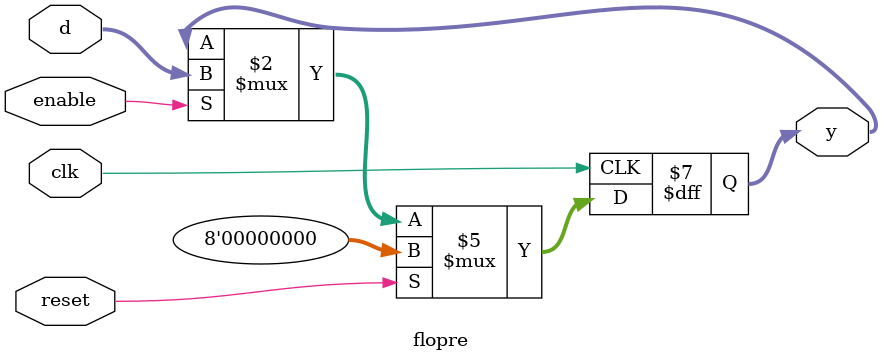
<source format=sv>
`timescale 1ns / 1ps
module flopre #(parameter W = 8)(
    input clk, reset, enable,
    input [W - 1 : 0] d,
    output reg [W - 1 : 0] y
    );
    always@(posedge clk) begin
        if(reset) y <= 0;
        else if(enable) y <= d;
    end
endmodule

</source>
